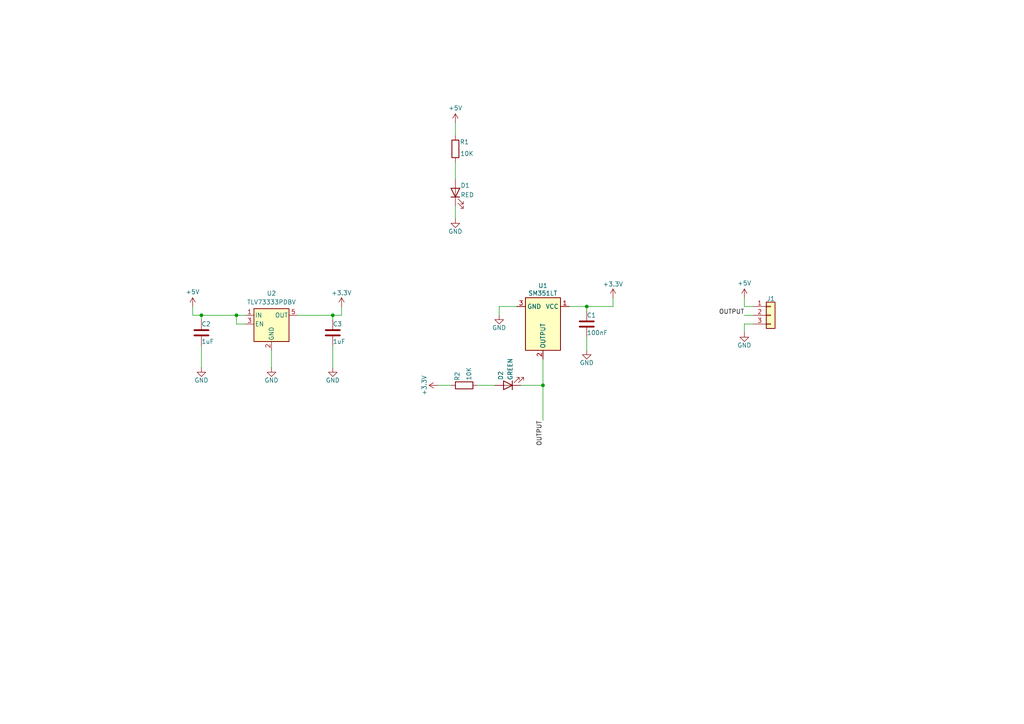
<source format=kicad_sch>
(kicad_sch (version 20231120) (generator "eeschema") (generator_version "8.0")
  (paper "A4")
  (title_block (company "Hamza BÜLKÜ") (comment 1 "BOARDOZA"))
  (lib_symbols
    (symbol "Connector_Generic:Conn_01x03" (pin_names (offset 1.016) hide)
      (property "Reference" "J" (at 0 5.08 0))
      (property "Value" "Conn_01x03" (at 0 -5.08 0))
      (symbol "Conn_01x03_1_1"
        (rectangle (start -1.27 -2.413) (end 0 -2.667) (stroke (width 0.1524)))
        (rectangle (start -1.27 0.127) (end 0 -0.127) (stroke (width 0.1524)))
        (rectangle (start -1.27 2.667) (end 0 2.413) (stroke (width 0.1524)))
        (rectangle (start -1.27 3.81) (end 1.27 -3.81) (stroke (width 0.254)) (fill (type background)))
        (pin passive line (at -5.08 2.54 0) (length 3.81) (name "Pin_1") (number "1"))
        (pin passive line (at -5.08 0 0) (length 3.81) (name "Pin_2") (number "2"))
        (pin passive line (at -5.08 -2.54 0) (length 3.81) (name "Pin_3") (number "3"))
      )
    )
    (symbol "Device:C" (pin_numbers hide) (pin_names (offset 0.254))
      (property "Reference" "C" (at 0.635 2.54 0))
      (property "Value" "C" (at 0.635 -2.54 0))
      (symbol "C_0_1"
        (polyline (pts (xy -2.032 -0.762) (xy 2.032 -0.762)) (stroke (width 0.508)))
        (polyline (pts (xy -2.032 0.762) (xy 2.032 0.762)) (stroke (width 0.508)))
      )
      (symbol "C_1_1"
        (pin passive line (at 0 3.81 270) (length 2.794) (name "~") (number "1"))
        (pin passive line (at 0 -3.81 90) (length 2.794) (name "~") (number "2"))
      )
    )
    (symbol "Device:LED" (pin_numbers hide) (pin_names (offset 1.016) hide)
      (property "Reference" "D" (at 0 2.54 0))
      (property "Value" "LED" (at 0 -2.54 0))
      (symbol "LED_0_1"
        (polyline (pts (xy -1.27 -1.27) (xy -1.27 1.27)) (stroke (width 0.254)))
        (polyline (pts (xy -1.27 0) (xy 1.27 0)))
        (polyline (pts (xy 1.27 -1.27) (xy 1.27 1.27) (xy -1.27 0) (xy 1.27 -1.27)) (stroke (width 0.254)))
        (polyline (pts (xy -3.048 -0.762) (xy -4.572 -2.286) (xy -3.81 -2.286) (xy -4.572 -2.286) (xy -4.572 -1.524)))
        (polyline (pts (xy -1.778 -0.762) (xy -3.302 -2.286) (xy -2.54 -2.286) (xy -3.302 -2.286) (xy -3.302 -1.524)))
      )
      (symbol "LED_1_1"
        (pin passive line (at -3.81 0 0) (length 2.54) (name "K") (number "1"))
        (pin passive line (at 3.81 0 180) (length 2.54) (name "A") (number "2"))
      )
    )
    (symbol "Device:R" (pin_numbers hide) (pin_names (offset 0))
      (property "Reference" "R" (at 2.032 0 90))
      (property "Value" "R" (at 0 0 90))
      (symbol "R_0_1"
        (rectangle (start -1.016 -2.54) (end 1.016 2.54) (stroke (width 0.254)))
      )
      (symbol "R_1_1"
        (pin passive line (at 0 3.81 270) (length 1.27) (name "~") (number "1"))
        (pin passive line (at 0 -3.81 90) (length 1.27) (name "~") (number "2"))
      )
    )
    (symbol "Regulator_Linear:TLV73333PDBV" (pin_names (offset 0.254))
      (property "Reference" "U" (at -3.81 5.715 0))
      (property "Value" "TLV73333PDBV" (at 0 5.715 0))
      (symbol "TLV73333PDBV_0_1"
        (rectangle (start -5.08 4.445) (end 5.08 -5.08) (stroke (width 0.254)) (fill (type background)))
      )
      (symbol "TLV73333PDBV_1_1"
        (pin power_in line (at -7.62 2.54 0) (length 2.54) (name "IN") (number "1"))
        (pin power_in line (at 0 -7.62 90) (length 2.54) (name "GND") (number "2"))
        (pin input line (at -7.62 0 0) (length 2.54) (name "EN") (number "3"))
        (pin no_connect line (at 5.08 0 180) (length 2.54) hide (name "NC") (number "4"))
        (pin power_out line (at 7.62 2.54 180) (length 2.54) (name "OUT") (number "5"))
      )
    )
    (symbol "Sensor_Magnetic:SM351LT"
      (property "Reference" "U" (at 5.08 8.89 0))
      (property "Value" "SM351LT" (at 2.54 6.35 0))
      (symbol "SM351LT_0_1"
        (rectangle (start 7.62 5.08) (end -7.62 -5.08) (stroke (width 0.254)) (fill (type background)))
      )
      (symbol "SM351LT_1_1"
        (pin power_in line (at -5.08 7.62 270) (length 2.54) (name "VCC") (number "1"))
        (pin output line (at 10.16 0 180) (length 2.54) (name "OUTPUT") (number "2"))
        (pin power_in line (at -5.08 -7.62 90) (length 2.54) (name "GND") (number "3"))
      )
    )
    (symbol "power:+3.3V" (power) (pin_numbers hide) (pin_names (offset 0) hide)
      (property "Value" "+3.3V" (at 0 3.556 0))
      (symbol "+3.3V_0_1"
        (polyline (pts (xy -0.762 1.27) (xy 0 2.54)))
        (polyline (pts (xy 0 0) (xy 0 2.54)))
        (polyline (pts (xy 0 2.54) (xy 0.762 1.27)))
      )
      (symbol "+3.3V_1_1"
        (pin power_in line (at 0 0 90) (length 0) (name "~") (number "1"))
      )
    )
    (symbol "power:+5V" (power) (pin_numbers hide) (pin_names (offset 0) hide)
      (property "Value" "+5V" (at 0 3.556 0))
      (symbol "+5V_0_1"
        (polyline (pts (xy -0.762 1.27) (xy 0 2.54)))
        (polyline (pts (xy 0 0) (xy 0 2.54)))
        (polyline (pts (xy 0 2.54) (xy 0.762 1.27)))
      )
      (symbol "+5V_1_1"
        (pin power_in line (at 0 0 90) (length 0) (name "~") (number "1"))
      )
    )
    (symbol "power:GND" (power) (pin_numbers hide) (pin_names (offset 0) hide)
      (property "Value" "GND" (at 0 -3.81 0))
      (symbol "GND_0_1"
        (polyline (pts (xy 0 0) (xy 0 -1.27) (xy 1.27 -1.27) (xy 0 -2.54) (xy -1.27 -1.27) (xy 0 -1.27)))
      )
      (symbol "GND_1_1"
        (pin power_in line (at 0 0 270) (length 0) (name "~") (number "1"))
      )
    )
  )
  (junction (at 170.18 88.9))
  (junction (at 96.52 91.44))
  (junction (at 58.42 91.44))
  (junction (at 68.58 91.44))
  (junction (at 157.48 111.76))
  (wire (pts (xy 55.88 88.9) (xy 55.88 91.44)))
  (wire (pts (xy 215.9 88.9) (xy 218.44 88.9)))
  (wire (pts (xy 144.78 88.9) (xy 149.86 88.9)))
  (wire (pts (xy 127 111.76) (xy 130.81 111.76)))
  (wire (pts (xy 68.58 91.44) (xy 58.42 91.44)))
  (wire (pts (xy 177.8 88.9) (xy 170.18 88.9)))
  (wire (pts (xy 215.9 91.44) (xy 218.44 91.44)))
  (wire (pts (xy 144.78 91.44) (xy 144.78 88.9)))
  (wire (pts (xy 132.08 59.69) (xy 132.08 63.5)))
  (wire (pts (xy 215.9 86.36) (xy 215.9 88.9)))
  (wire (pts (xy 68.58 93.98) (xy 68.58 91.44)))
  (wire (pts (xy 170.18 101.6) (xy 170.18 97.79)))
  (wire (pts (xy 71.12 93.98) (xy 68.58 93.98)))
  (wire (pts (xy 177.8 86.36) (xy 177.8 88.9)))
  (wire (pts (xy 99.06 88.9) (xy 99.06 91.44)))
  (wire (pts (xy 138.43 111.76) (xy 143.51 111.76)))
  (wire (pts (xy 157.48 121.92) (xy 157.48 111.76)))
  (wire (pts (xy 215.9 96.52) (xy 215.9 93.98)))
  (wire (pts (xy 86.36 91.44) (xy 96.52 91.44)))
  (wire (pts (xy 58.42 106.68) (xy 58.42 100.33)))
  (wire (pts (xy 132.08 46.99) (xy 132.08 52.07)))
  (wire (pts (xy 157.48 111.76) (xy 157.48 104.14)))
  (wire (pts (xy 170.18 88.9) (xy 170.18 90.17)))
  (wire (pts (xy 99.06 91.44) (xy 96.52 91.44)))
  (wire (pts (xy 132.08 35.56) (xy 132.08 39.37)))
  (wire (pts (xy 78.74 106.68) (xy 78.74 101.6)))
  (wire (pts (xy 55.88 91.44) (xy 58.42 91.44)))
  (wire (pts (xy 215.9 93.98) (xy 218.44 93.98)))
  (wire (pts (xy 151.13 111.76) (xy 157.48 111.76)))
  (wire (pts (xy 68.58 91.44) (xy 71.12 91.44)))
  (wire (pts (xy 58.42 91.44) (xy 58.42 92.71)))
  (wire (pts (xy 165.1 88.9) (xy 170.18 88.9)))
  (wire (pts (xy 96.52 91.44) (xy 96.52 92.71)))
  (wire (pts (xy 96.52 106.68) (xy 96.52 100.33)))
  (label "OUTPUT" (at 157.48 121.92 270))
  (label "OUTPUT" (at 215.9 91.44 180))
  (symbol (lib_id "Device:C") (at 170.18 93.98 180) (unit 1)
    (property "Reference" "C1" (at 170.18 91.44 0) (effects (justify right)))
    (property "Value" "100nF" (at 170.18 96.52 0) (effects (justify right)))
    (property "Footprint" "Capacitor_SMD:C_0603_1608Metric" (effects (hide yes)))
    (property "Description" "Unpolarized capacitor" (effects (hide yes)))
  )
  (symbol (lib_id "Device:R") (at 134.62 111.76 90) (unit 1)
    (property "Reference" "R2" (at 132.6197 110.4983 0) (effects (justify left)))
    (property "Value" "10K" (at 136 110.3752 0) (effects (justify left)))
    (property "Footprint" "Resistor_SMD:R_0603_1608Metric" (effects (hide yes)))
    (property "Description" "Resistor" (effects (hide yes)))
  )
  (symbol (lib_id "power:+3.3V") (at 127 111.76 90) (unit 1)
    (property "Reference" "#PWR013" (effects (hide yes)))
    (property "Value" "+3.3V" (at 123.0538 111.7766 0))
    (property "Description" "Power symbol creates a global label with name \"+3.3V\"" (effects (hide yes)))
  )
  (symbol (lib_id "power:+3.3V") (at 99.06 88.9 0) (unit 1)
    (property "Reference" "#PWR08" (effects (hide yes)))
    (property "Value" "+3.3V" (at 99.0434 84.9538 0))
    (property "Description" "Power symbol creates a global label with name \"+3.3V\"" (effects (hide yes)))
  )
  (symbol (lib_id "Device:R") (at 132.08 43.18 0) (unit 1)
    (property "Reference" "R1" (at 133.3417 41.1797 0) (effects (justify left)))
    (property "Value" "10K" (at 133.4648 44.56 0) (effects (justify left)))
    (property "Footprint" "Resistor_SMD:R_0603_1608Metric" (effects (hide yes)))
    (property "Description" "Resistor" (effects (hide yes)))
  )
  (symbol (lib_id "power:+5V") (at 132.08 35.56 0) (unit 1)
    (property "Reference" "#PWR010" (effects (hide yes)))
    (property "Value" "+5V" (at 132.0752 31.3321 0))
    (property "Description" "Power symbol creates a global label with name \"+5V\"" (effects (hide yes)))
  )
  (symbol (lib_id "power:+5V") (at 215.9 86.36 0) (unit 1)
    (property "Reference" "#PWR012" (effects (hide yes)))
    (property "Value" "+5V" (at 215.8952 82.1321 0))
    (property "Description" "Power symbol creates a global label with name \"+5V\"" (effects (hide yes)))
  )
  (symbol (lib_id "power:GND") (at 58.42 106.68 0) (unit 1)
    (property "Reference" "#PWR02" (effects (hide yes)))
    (property "Value" "GND" (at 58.4105 110.3018 0))
    (property "Description" "Power symbol creates a global label with name \"GND\" , ground" (effects (hide yes)))
  )
  (symbol (lib_id "power:GND") (at 132.08 63.5 0) (unit 1)
    (property "Reference" "#PWR011" (effects (hide yes)))
    (property "Value" "GND" (at 132.0705 67.1218 0))
    (property "Description" "Power symbol creates a global label with name \"GND\" , ground" (effects (hide yes)))
  )
  (symbol (lib_id "power:GND") (at 96.52 106.68 0) (unit 1)
    (property "Reference" "#PWR06" (effects (hide yes)))
    (property "Value" "GND" (at 96.5105 110.3018 0))
    (property "Description" "Power symbol creates a global label with name \"GND\" , ground" (effects (hide yes)))
  )
  (symbol (lib_id "Regulator_Linear:TLV73333PDBV") (at 78.74 93.98 0) (unit 1)
    (property "Reference" "U2" (at 78.74 85.09 0))
    (property "Value" "TLV73333PDBV" (at 78.74 87.63 0))
    (property "Footprint" "Package_TO_SOT_SMD:SOT-23-5" (effects (hide yes)))
    (property "Datasheet" "http://www.ti.com/lit/ds/symlink/tlv733p.pdf" (effects (hide yes)))
    (property "Description" "300mA Capacitor-Free Low Dropout Voltage Regulator, Fixed Output 3.3V, SOT-23-5" (effects (hide yes)))
    (property "MPN" "TLV73333PDBV" (effects (hide yes)))
  )
  (symbol (lib_id "power:GND") (at 78.74 106.68 0) (unit 1)
    (property "Reference" "#PWR05" (effects (hide yes)))
    (property "Value" "GND" (at 78.7305 110.3018 0))
    (property "Description" "Power symbol creates a global label with name \"GND\" , ground" (effects (hide yes)))
  )
  (symbol (lib_id "Device:LED") (at 132.08 55.88 90) (unit 1)
    (property "Reference" "D1" (at 133.5654 53.7897 90) (effects (justify right)))
    (property "Value" "RED" (at 133.5654 56.5381 90) (effects (justify right)))
    (property "Footprint" "LED_SMD:LED_0603_1608Metric" (effects (hide yes)))
    (property "Description" "Light emitting diode" (effects (hide yes)))
  )
  (symbol (lib_id "Device:C") (at 96.52 96.52 180) (unit 1)
    (property "Reference" "C3" (at 96.52 93.98 0) (effects (justify right)))
    (property "Value" "1uF" (at 96.52 99.06 0) (effects (justify right)))
    (property "Footprint" "Capacitor_SMD:C_0603_1608Metric" (effects (hide yes)))
    (property "Description" "Unpolarized capacitor" (effects (hide yes)))
  )
  (symbol (lib_id "power:+3.3V") (at 177.8 86.36 0) (unit 1)
    (property "Reference" "#PWR09" (effects (hide yes)))
    (property "Value" "+3.3V" (at 177.7834 82.4138 0))
    (property "Description" "Power symbol creates a global label with name \"+3.3V\"" (effects (hide yes)))
  )
  (symbol (lib_id "power:GND") (at 144.78 91.44 0) (unit 1)
    (property "Reference" "#PWR01" (effects (hide yes)))
    (property "Value" "GND" (at 144.7705 95.0618 0))
    (property "Description" "Power symbol creates a global label with name \"GND\" , ground" (effects (hide yes)))
  )
  (symbol (lib_id "power:GND") (at 215.9 96.52 0) (unit 1)
    (property "Reference" "#PWR04" (effects (hide yes)))
    (property "Value" "GND" (at 215.8905 100.1418 0))
    (property "Description" "Power symbol creates a global label with name \"GND\" , ground" (effects (hide yes)))
  )
  (symbol (lib_id "power:GND") (at 170.18 101.6 0) (unit 1)
    (property "Reference" "#PWR03" (effects (hide yes)))
    (property "Value" "GND" (at 170.1705 105.2218 0))
    (property "Description" "Power symbol creates a global label with name \"GND\" , ground" (effects (hide yes)))
  )
  (symbol (lib_id "power:+5V") (at 55.88 88.9 0) (unit 1)
    (property "Reference" "#PWR07" (effects (hide yes)))
    (property "Value" "+5V" (at 55.8752 84.6721 0))
    (property "Description" "Power symbol creates a global label with name \"+5V\"" (effects (hide yes)))
  )
  (symbol (lib_id "Connector_Generic:Conn_01x03") (at 223.52 91.44 0) (unit 1)
    (property "Reference" "J1" (at 222.3695 86.6452 0) (effects (justify left)))
    (property "Value" "Conn_01x03" (effects (hide yes)))
    (property "Footprint" "ConnectorsBoardoza:2317-03S_1x03_P2.50mm_Vertical" (effects (hide yes)))
    (property "Description" "Generic connector, single row, 01x03, script generated (kicad-library-utils/schlib/autogen/connector/)" (effects (hide yes)))
  )
  (symbol (lib_id "Device:C") (at 58.42 96.52 180) (unit 1)
    (property "Reference" "C2" (at 58.42 93.98 0) (effects (justify right)))
    (property "Value" "1uF" (at 58.42 99.06 0) (effects (justify right)))
    (property "Footprint" "Capacitor_SMD:C_0603_1608Metric" (effects (hide yes)))
    (property "Description" "Unpolarized capacitor" (effects (hide yes)))
  )
  (symbol (lib_id "Device:LED") (at 147.32 111.76 180) (unit 1)
    (property "Reference" "D2" (at 145.2297 110.2746 90) (effects (justify right)))
    (property "Value" "GREEN" (at 147.9781 110.2746 90) (effects (justify right)))
    (property "Footprint" "LED_SMD:LED_0603_1608Metric" (effects (hide yes)))
    (property "Description" "Light emitting diode" (effects (hide yes)))
  )
  (symbol (lib_id "Sensor_Magnetic:SM351LT") (at 157.48 93.98 270) (unit 1)
    (property "Reference" "U1" (at 157.48 82.8636 90))
    (property "Value" "SM351LT" (at 157.432 85.0687 90))
    (property "Footprint" "Package_TO_SOT_SMD:SOT-23" (effects (hide yes)))
    (property "Datasheet" "https://sensing.honeywell.com/honeywell-sensing-nanopower-series-product-sheet-50095501-a-en.pdf" (effects (hide yes)))
    (property "Description" "Hall Effect Switch, SOT-23" (effects (hide yes)))
    (property "MPN" "SM351LT" (effects (hide yes)))
  )
)
</source>
